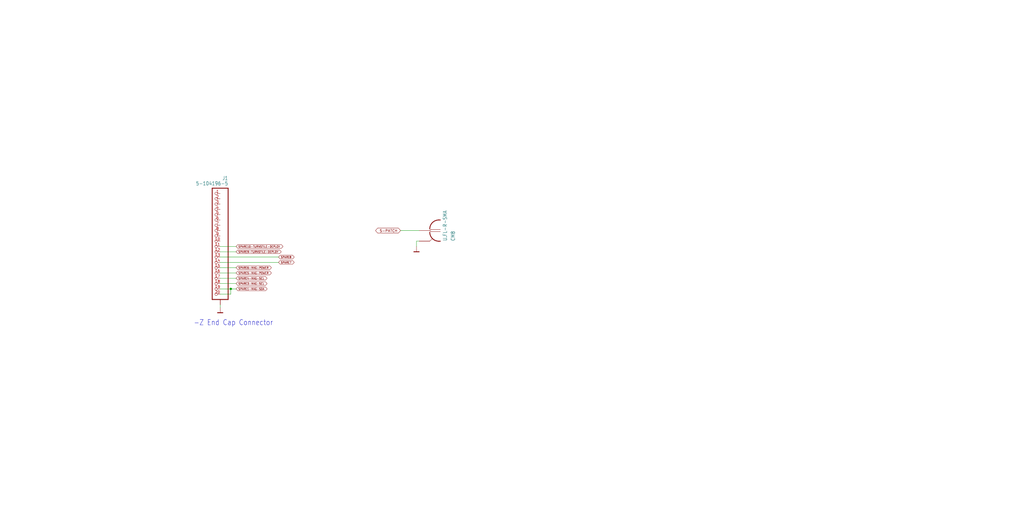
<source format=kicad_sch>
(kicad_sch (version 20211123) (generator eeschema)
  (paper "User" 490.22 254.406)
  (lib_symbols
    (symbol "oresat0-1u-backplane-eagle-import:5-104196-5"
      (property "Reference" "J" (at -6.35 29.21 0))
      (property "Value" "5-104196-5" (at -6.35 26.67 0))
      (symbol "5-104196-5_1_0"
        (polyline (pts (xy -6.35 -27.94) (xy 1.27 -27.94)) (stroke (width 0.4064)))
        (polyline (pts (xy -6.35 25.4) (xy -6.35 -27.94)) (stroke (width 0.4064)))
        (polyline (pts (xy 1.27 -27.94) (xy 1.27 25.4)) (stroke (width 0.4064)))
        (polyline (pts (xy 1.27 25.4) (xy -6.35 25.4)) (stroke (width 0.4064)))
        (pin passive inverted (at -2.54 22.86 0) (length 2.54) (name "1") (number "1"))
        (pin passive inverted (at -2.54 0 0) (length 2.54) (name "10") (number "10"))
        (pin passive inverted (at -2.54 -2.54 0) (length 2.54) (name "11") (number "11"))
        (pin passive inverted (at -2.54 -5.08 0) (length 2.54) (name "12") (number "12"))
        (pin passive inverted (at -2.54 -7.62 0) (length 2.54) (name "13") (number "13"))
        (pin passive inverted (at -2.54 -10.16 0) (length 2.54) (name "14") (number "14"))
        (pin passive inverted (at -2.54 -12.7 0) (length 2.54) (name "15") (number "15"))
        (pin passive inverted (at -2.54 -15.24 0) (length 2.54) (name "16") (number "16"))
        (pin passive inverted (at -2.54 -17.78 0) (length 2.54) (name "17") (number "17"))
        (pin passive inverted (at -2.54 -20.32 0) (length 2.54) (name "18") (number "18"))
        (pin passive inverted (at -2.54 -22.86 0) (length 2.54) (name "19") (number "19"))
        (pin passive inverted (at -2.54 20.32 0) (length 2.54) (name "2") (number "2"))
        (pin passive inverted (at -2.54 -25.4 0) (length 2.54) (name "20") (number "20"))
        (pin passive inverted (at -2.54 17.78 0) (length 2.54) (name "3") (number "3"))
        (pin passive inverted (at -2.54 15.24 0) (length 2.54) (name "4") (number "4"))
        (pin passive inverted (at -2.54 12.7 0) (length 2.54) (name "5") (number "5"))
        (pin passive inverted (at -2.54 10.16 0) (length 2.54) (name "6") (number "6"))
        (pin passive inverted (at -2.54 7.62 0) (length 2.54) (name "7") (number "7"))
        (pin passive inverted (at -2.54 5.08 0) (length 2.54) (name "8") (number "8"))
        (pin passive inverted (at -2.54 2.54 0) (length 2.54) (name "9") (number "9"))
        (pin passive line (at -2.54 -30.48 90) (length 2.54) (name "HD") (number "HD1"))
        (pin passive line (at -2.54 -30.48 90) (length 2.54) (name "HD") (number "HD2"))
        (pin passive line (at -2.54 -30.48 90) (length 2.54) (name "HD") (number "HD3"))
      )
    )
    (symbol "oresat0-1u-backplane-eagle-import:GND" (power)
      (symbol "GND_1_0"
        (polyline (pts (xy -1.27 -2.54) (xy 1.27 -2.54)) (stroke (width 0.4064)))
        (pin power_in line (at 0 0 270) (length 2.54) (name "GND") (number "1"))
      )
    )
    (symbol "oresat0-1u-backplane-eagle-import:U.FL-R-SMA"
      (property "Value" "U.FL-R-SMA" (at -5.08 6.35 0))
      (symbol "U.FL-R-SMA_1_0"
        (arc (start -5.08 4.318) (mid -3.8153 1.2647) (end -0.762 0) (stroke (width 0.381)))
        (polyline (pts (xy -5.08 0) (xy -3.81 1.27)) (stroke (width 0.1524)))
        (polyline (pts (xy -5.08 5.08) (xy -5.08 4.318)) (stroke (width 0.381)))
        (polyline (pts (xy -0.508 0.508) (xy 0 0)) (stroke (width 0.1524)))
        (polyline (pts (xy -0.508 5.08) (xy -0.508 0.508)) (stroke (width 0.1524)))
        (polyline (pts (xy 0 0) (xy 0.508 0.508)) (stroke (width 0.1524)))
        (polyline (pts (xy 0.508 0.508) (xy 0.508 5.08)) (stroke (width 0.1524)))
        (polyline (pts (xy 5.08 5.08) (xy 5.08 4.318)) (stroke (width 0.381)))
        (arc (start 0.762 0) (mid 3.8153 1.2647) (end 5.08 4.318) (stroke (width 0.381)))
        (pin bidirectional line (at 0 -5.08 90) (length 5.08) (name "P$1") (number "1"))
        (pin bidirectional line (at -5.08 -5.08 90) (length 5.08) (name "P$2") (number "2"))
        (pin bidirectional line (at -5.08 -5.08 90) (length 5.08) (name "P$2") (number "3"))
      )
    )
  )
  (junction (at 110.49 138.43))
  (wire (pts (xy 105.41 135.89) (xy 113.03 135.89)))
  (wire (pts (xy 110.49 140.97) (xy 110.49 138.43)))
  (wire (pts (xy 105.41 123.19) (xy 133.35 123.19)))
  (wire (pts (xy 200.66 110.49) (xy 191.77 110.49)))
  (wire (pts (xy 105.41 133.35) (xy 113.03 133.35)))
  (wire (pts (xy 105.41 118.11) (xy 113.03 118.11)))
  (wire (pts (xy 105.41 120.65) (xy 113.03 120.65)))
  (wire (pts (xy 105.41 147.32) (xy 105.41 146.05)))
  (wire (pts (xy 105.41 128.27) (xy 113.03 128.27)))
  (wire (pts (xy 105.41 125.73) (xy 133.35 125.73)))
  (wire (pts (xy 110.49 138.43) (xy 113.03 138.43)))
  (wire (pts (xy 105.41 130.81) (xy 113.03 130.81)))
  (wire (pts (xy 105.41 140.97) (xy 110.49 140.97)))
  (wire (pts (xy 199.39 118.11) (xy 199.39 115.57)))
  (wire (pts (xy 199.39 115.57) (xy 200.66 115.57)))
  (wire (pts (xy 105.41 138.43) (xy 110.49 138.43)))
  (text "-Z End Cap Connector" (at 92.71 156.21 180) (effects (font (size 2.54 2.159)) (justify left bottom)))
  (global_label "SPARE3-MAG-SCL" (shape bidirectional) (at 113.03 135.89 0) (effects (font (size 0.889 0.889))) (property "Intersheet References" "${INTERSHEET_REFS}" (effects hide)))
  (global_label "SPARE6-MAG-POWER" (shape bidirectional) (at 113.03 128.27 0) (effects (font (size 0.889 0.889))) (property "Intersheet References" "${INTERSHEET_REFS}" (effects hide)))
  (global_label "SPARE10-TURNSTILE-DEPLOY" (shape bidirectional) (at 113.03 118.11 0) (effects (font (size 0.889 0.889))) (property "Intersheet References" "${INTERSHEET_REFS}" (effects hide)))
  (global_label "SPARE8" (shape bidirectional) (at 133.35 123.19 0) (effects (font (size 0.889 0.889))) (property "Intersheet References" "${INTERSHEET_REFS}" (effects hide)))
  (global_label "SPARE7" (shape bidirectional) (at 133.35 125.73 0) (effects (font (size 0.889 0.889))) (property "Intersheet References" "${INTERSHEET_REFS}" (effects hide)))
  (global_label "SPARE9-TURNSTILE-DEPLOY" (shape bidirectional) (at 113.03 120.65 0) (effects (font (size 0.889 0.889))) (property "Intersheet References" "${INTERSHEET_REFS}" (effects hide)))
  (global_label "S-PATCH" (shape bidirectional) (at 191.77 110.49 180) (effects (font (size 1.2446 1.2446))) (property "Intersheet References" "${INTERSHEET_REFS}" (effects hide)))
  (global_label "SPARE1-MAG-SDA" (shape bidirectional) (at 113.03 138.43 0) (effects (font (size 0.889 0.889))) (property "Intersheet References" "${INTERSHEET_REFS}" (effects hide)))
  (global_label "SPARE5-MAG-POWER" (shape bidirectional) (at 113.03 130.81 0) (effects (font (size 0.889 0.889))) (property "Intersheet References" "${INTERSHEET_REFS}" (effects hide)))
  (global_label "SPARE4-MAG-SCL" (shape bidirectional) (at 113.03 133.35 0) (effects (font (size 0.889 0.889))) (property "Intersheet References" "${INTERSHEET_REFS}" (effects hide)))
  (symbol (lib_id "oresat0-1u-backplane-eagle-import:5-104196-5") (at 102.87 115.57 0) (mirror y) (unit 1)
    (property "Reference" "J1" (at 109.22 86.36 0) (effects (font (size 1.778 1.5113)) (justify left bottom)))
    (property "Value" "5-104196-5" (at 109.22 88.9 0) (effects (font (size 1.778 1.5113)) (justify left bottom)))
    (property "Footprint" "oresat0-1u-backplane:5-104196-5" (effects hide))
  )
  (symbol (lib_id "oresat0-1u-backplane-eagle-import:GND") (at 199.39 118.11 0) (unit 1)
    (property "Reference" "#GND08" (effects hide))
    (property "Value" "GND" (effects hide))
    (property "Footprint" "oresat0-1u-backplane:" (effects hide))
  )
  (symbol (lib_id "oresat0-1u-backplane-eagle-import:U.FL-R-SMA") (at 205.74 110.49 270) (mirror x) (unit 1)
    (property "Reference" "CM8" (at 215.9 115.57 0) (effects (font (size 1.778 1.5113)) (justify left bottom)))
    (property "Value" "U.FL-R-SMA" (at 212.09 115.57 0) (effects (font (size 1.778 1.5113)) (justify left bottom)))
    (property "Footprint" "oresat0-1u-backplane:U.FL-R-SMT" (effects hide))
  )
  (symbol (lib_id "oresat0-1u-backplane-eagle-import:GND") (at 105.41 147.32 0) (unit 1)
    (property "Reference" "#GND06" (effects hide))
    (property "Value" "GND" (effects hide))
    (property "Footprint" "oresat0-1u-backplane:" (effects hide))
  )
)
</source>
